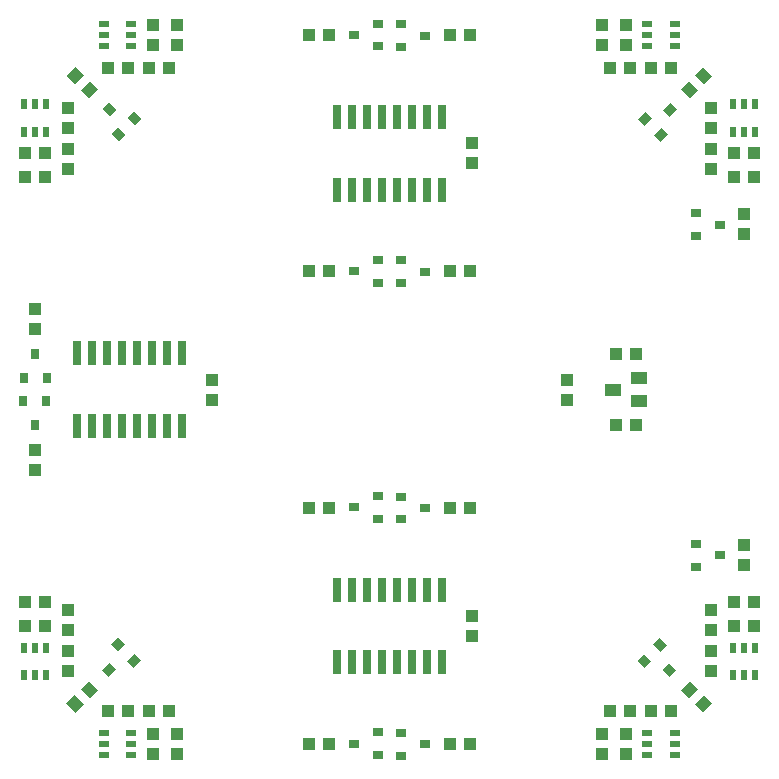
<source format=gbr>
G04 EAGLE Gerber RS-274X export*
G75*
%MOMM*%
%FSLAX34Y34*%
%LPD*%
%INSolderpaste Bottom*%
%IPPOS*%
%AMOC8*
5,1,8,0,0,1.08239X$1,22.5*%
G01*
%ADD10R,1.100000X1.000000*%
%ADD11R,1.000000X1.100000*%
%ADD12R,1.400000X1.000000*%
%ADD13R,0.660400X2.032000*%
%ADD14R,0.787400X0.889000*%
%ADD15R,0.889000X0.787400*%
%ADD16R,0.900000X0.600000*%
%ADD17R,0.600000X0.900000*%


D10*
X558500Y380000D03*
X541500Y380000D03*
X558500Y320000D03*
X541500Y320000D03*
D11*
X500000Y341500D03*
X500000Y358500D03*
X420000Y158500D03*
X420000Y141500D03*
X420000Y558500D03*
X420000Y541500D03*
X200000Y358500D03*
X200000Y341500D03*
D12*
X539000Y350000D03*
X561000Y340500D03*
X561000Y359500D03*
D13*
X394450Y119266D03*
X394450Y180734D03*
X381750Y119266D03*
X369050Y119266D03*
X381750Y180734D03*
X369050Y180734D03*
X356350Y119266D03*
X356350Y180734D03*
X343650Y119266D03*
X343650Y180734D03*
X330950Y119266D03*
X318250Y119266D03*
X330950Y180734D03*
X318250Y180734D03*
X305550Y119266D03*
X305550Y180734D03*
X394450Y519266D03*
X394450Y580734D03*
X381750Y519266D03*
X369050Y519266D03*
X381750Y580734D03*
X369050Y580734D03*
X356350Y519266D03*
X356350Y580734D03*
X343650Y519266D03*
X343650Y580734D03*
X330950Y519266D03*
X318250Y519266D03*
X330950Y580734D03*
X318250Y580734D03*
X305550Y519266D03*
X305550Y580734D03*
X174450Y319266D03*
X174450Y380734D03*
X161750Y319266D03*
X149050Y319266D03*
X161750Y380734D03*
X149050Y380734D03*
X136350Y319266D03*
X136350Y380734D03*
X123650Y319266D03*
X123650Y380734D03*
X110950Y319266D03*
X98250Y319266D03*
X110950Y380734D03*
X98250Y380734D03*
X85550Y319266D03*
X85550Y380734D03*
D11*
G36*
X88586Y96363D02*
X95657Y103434D01*
X103434Y95657D01*
X96363Y88586D01*
X88586Y96363D01*
G37*
G36*
X76566Y84343D02*
X83637Y91414D01*
X91414Y83637D01*
X84343Y76566D01*
X76566Y84343D01*
G37*
X298500Y450000D03*
X281500Y450000D03*
X401500Y450000D03*
X418500Y450000D03*
D10*
X650000Y498500D03*
X650000Y481500D03*
D11*
G36*
X96363Y611414D02*
X103434Y604343D01*
X95657Y596566D01*
X88586Y603637D01*
X96363Y611414D01*
G37*
G36*
X84343Y623434D02*
X91414Y616363D01*
X83637Y608586D01*
X76566Y615657D01*
X84343Y623434D01*
G37*
X298500Y650000D03*
X281500Y650000D03*
X401500Y650000D03*
X418500Y650000D03*
G36*
X611414Y603637D02*
X604343Y596566D01*
X596566Y604343D01*
X603637Y611414D01*
X611414Y603637D01*
G37*
G36*
X623434Y615657D02*
X616363Y608586D01*
X608586Y616363D01*
X615657Y623434D01*
X623434Y615657D01*
G37*
D10*
X150000Y41500D03*
X150000Y58500D03*
D11*
X658500Y150000D03*
X641500Y150000D03*
D10*
X550000Y658500D03*
X550000Y641500D03*
D11*
X298500Y50000D03*
X281500Y50000D03*
X41500Y550000D03*
X58500Y550000D03*
X58500Y150000D03*
X41500Y150000D03*
D10*
X550000Y58500D03*
X550000Y41500D03*
D11*
X641500Y550000D03*
X658500Y550000D03*
D10*
X150000Y641500D03*
X150000Y658500D03*
D11*
X401500Y50000D03*
X418500Y50000D03*
G36*
X603637Y88586D02*
X596566Y95657D01*
X604343Y103434D01*
X611414Y96363D01*
X603637Y88586D01*
G37*
G36*
X615657Y76566D02*
X608586Y83637D01*
X616363Y91414D01*
X623434Y84343D01*
X615657Y76566D01*
G37*
D10*
X50000Y298500D03*
X50000Y281500D03*
D11*
X298500Y250000D03*
X281500Y250000D03*
X401500Y250000D03*
X418500Y250000D03*
D10*
X650000Y201500D03*
X650000Y218500D03*
X50000Y401500D03*
X50000Y418500D03*
D14*
G36*
X120539Y140115D02*
X126106Y134548D01*
X119821Y128263D01*
X114254Y133830D01*
X120539Y140115D01*
G37*
G36*
X134189Y126465D02*
X139756Y120898D01*
X133471Y114613D01*
X127904Y120180D01*
X134189Y126465D01*
G37*
G36*
X112995Y118921D02*
X118562Y113354D01*
X112277Y107069D01*
X106710Y112636D01*
X112995Y118921D01*
G37*
D15*
X340160Y459906D03*
X340160Y440602D03*
X319840Y450254D03*
X359840Y440094D03*
X359840Y459398D03*
X380160Y449746D03*
X609840Y480094D03*
X609840Y499398D03*
X630160Y489746D03*
D14*
G36*
X140115Y579461D02*
X134548Y573894D01*
X128263Y580179D01*
X133830Y585746D01*
X140115Y579461D01*
G37*
G36*
X126465Y565811D02*
X120898Y560244D01*
X114613Y566529D01*
X120180Y572096D01*
X126465Y565811D01*
G37*
G36*
X118921Y587005D02*
X113354Y581438D01*
X107069Y587723D01*
X112636Y593290D01*
X118921Y587005D01*
G37*
D15*
X340160Y659906D03*
X340160Y640602D03*
X319840Y650254D03*
X359840Y640094D03*
X359840Y659398D03*
X380160Y649746D03*
D14*
G36*
X579461Y559885D02*
X573894Y565452D01*
X580179Y571737D01*
X585746Y566170D01*
X579461Y559885D01*
G37*
G36*
X565811Y573535D02*
X560244Y579102D01*
X566529Y585387D01*
X572096Y579820D01*
X565811Y573535D01*
G37*
G36*
X587005Y581079D02*
X581438Y586646D01*
X587723Y592931D01*
X593290Y587364D01*
X587005Y581079D01*
G37*
D16*
X131500Y59500D03*
X131500Y50000D03*
X131500Y40500D03*
X108500Y40500D03*
X108500Y50000D03*
X108500Y59500D03*
D17*
X640500Y131500D03*
X650000Y131500D03*
X659500Y131500D03*
X659500Y108500D03*
X650000Y108500D03*
X640500Y108500D03*
D16*
X568500Y640500D03*
X568500Y650000D03*
X568500Y659500D03*
X591500Y659500D03*
X591500Y650000D03*
X591500Y640500D03*
D15*
X340160Y59906D03*
X340160Y40602D03*
X319840Y50254D03*
D17*
X59500Y568500D03*
X50000Y568500D03*
X40500Y568500D03*
X40500Y591500D03*
X50000Y591500D03*
X59500Y591500D03*
X40500Y131500D03*
X50000Y131500D03*
X59500Y131500D03*
X59500Y108500D03*
X50000Y108500D03*
X40500Y108500D03*
D16*
X568500Y40500D03*
X568500Y50000D03*
X568500Y59500D03*
X591500Y59500D03*
X591500Y50000D03*
X591500Y40500D03*
D17*
X659500Y568500D03*
X650000Y568500D03*
X640500Y568500D03*
X640500Y591500D03*
X650000Y591500D03*
X659500Y591500D03*
D16*
X131500Y659500D03*
X131500Y650000D03*
X131500Y640500D03*
X108500Y640500D03*
X108500Y650000D03*
X108500Y659500D03*
D15*
X359840Y40094D03*
X359840Y59398D03*
X380160Y49746D03*
D14*
G36*
X559885Y120539D02*
X565452Y126106D01*
X571737Y119821D01*
X566170Y114254D01*
X559885Y120539D01*
G37*
G36*
X573535Y134189D02*
X579102Y139756D01*
X585387Y133471D01*
X579820Y127904D01*
X573535Y134189D01*
G37*
G36*
X581079Y112995D02*
X586646Y118562D01*
X592931Y112277D01*
X587364Y106710D01*
X581079Y112995D01*
G37*
X40094Y340160D03*
X59398Y340160D03*
X49746Y319840D03*
D15*
X340160Y259906D03*
X340160Y240602D03*
X319840Y250254D03*
X359840Y240094D03*
X359840Y259398D03*
X380160Y249746D03*
X609840Y200094D03*
X609840Y219398D03*
X630160Y209746D03*
D14*
X59906Y359840D03*
X40602Y359840D03*
X50254Y380160D03*
D11*
X111500Y77500D03*
X128500Y77500D03*
D10*
X622500Y111500D03*
X622500Y128500D03*
D11*
X588500Y622500D03*
X571500Y622500D03*
D10*
X77500Y588500D03*
X77500Y571500D03*
X77500Y111500D03*
X77500Y128500D03*
D11*
X588500Y77500D03*
X571500Y77500D03*
D10*
X622500Y588500D03*
X622500Y571500D03*
D11*
X111500Y622500D03*
X128500Y622500D03*
X163500Y77500D03*
X146500Y77500D03*
D10*
X622500Y163500D03*
X622500Y146500D03*
D11*
X536500Y622500D03*
X553500Y622500D03*
D10*
X77500Y536500D03*
X77500Y553500D03*
X77500Y146500D03*
X77500Y163500D03*
D11*
X553500Y77500D03*
X536500Y77500D03*
D10*
X622500Y553500D03*
X622500Y536500D03*
D11*
X146500Y622500D03*
X163500Y622500D03*
X170000Y58500D03*
X170000Y41500D03*
D10*
X641500Y170000D03*
X658500Y170000D03*
D11*
X530000Y641500D03*
X530000Y658500D03*
D10*
X58500Y530000D03*
X41500Y530000D03*
X41500Y170000D03*
X58500Y170000D03*
D11*
X530000Y41500D03*
X530000Y58500D03*
D10*
X658500Y530000D03*
X641500Y530000D03*
D11*
X170000Y658500D03*
X170000Y641500D03*
M02*

</source>
